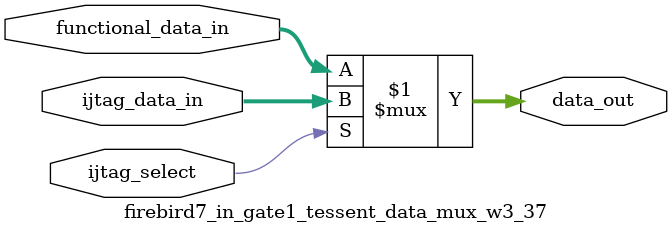
<source format=sv>

module firebird7_in_gate1_tessent_data_mux_w3_37 (
  input wire ijtag_select,
  input wire [2:0]  functional_data_in,
  input wire [2:0]  ijtag_data_in,
  output wire [2:0] data_out
);
assign data_out = (ijtag_select) ? ijtag_data_in : functional_data_in;
endmodule

</source>
